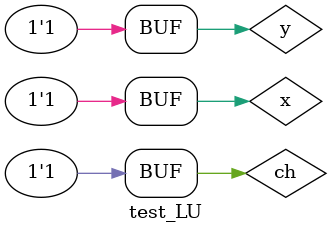
<source format=v>
module LU (output sOR, output sAND, input a, input b, input ch);
	wire notCH,andAB,orAB;
	
	not NOT1 (notCH, ch);
	and AND1 (andAB, a, b);
	or  OR1  (orAB, a, b);
	and AND2 (sOR, orAB, notCH);
	and AND3 (sAND, andAB, ch);
endmodule 

module test_LU;
// ------------------------- definir dados
   reg x;
	reg y;
	reg ch;
	wire w;
	wire z;
	
	LU modulo (w, z, x, y, ch);
	
	initial begin: start
		x = 0; 
		y = 0;
		ch= 0;
	end
	
// ------------------------- parte principal
   initial begin
      $display("Exemplo0032 - Marcio Santana Correa - 345368");
      $display("Test LU's module");
		$display ("---------------- CHAVE = 0 --------------------");
      $monitor("a = %b b = %b sOR = %b",x,y,w); 
		#1 
		x = 0; y = 1; ch = 0;  
		#1 
		x = 1; y = 0; ch = 0;
		#1
		x = 1; y = 1; ch = 0;
		#1
		$display ("---------------- CHAVE = 1 --------------------");
		$monitor("a = %b b = %b sAND = %b",x,y,z);
		x = 0; y = 0; ch = 1;
		#1
		x = 0; y = 1; ch = 1;
		#1 
		x = 1; y = 0; ch = 1;
		#1 
		x = 1; y = 1; ch = 1;
   end
endmodule // test_LU

/*
    Exemplo0032 - Marcio Santana Correa 345368
    Test LU's module
    ---------------- CHAVE = 0 --------------------
    a = 0 b = 0 sOR = 0
    a = 0 b = 1 sOR = 1
    a = 1 b = 0 sOR = 1
    a = 1 b = 1 sOR = 1
    ---------------- CHAVE = 1 --------------------
    a = 0 b = 0 sAND = 0
    a = 0 b = 1 sAND = 0
    a = 1 b = 0 sAND = 0
    a = 1 b = 1 sAND = 1
*/
</source>
